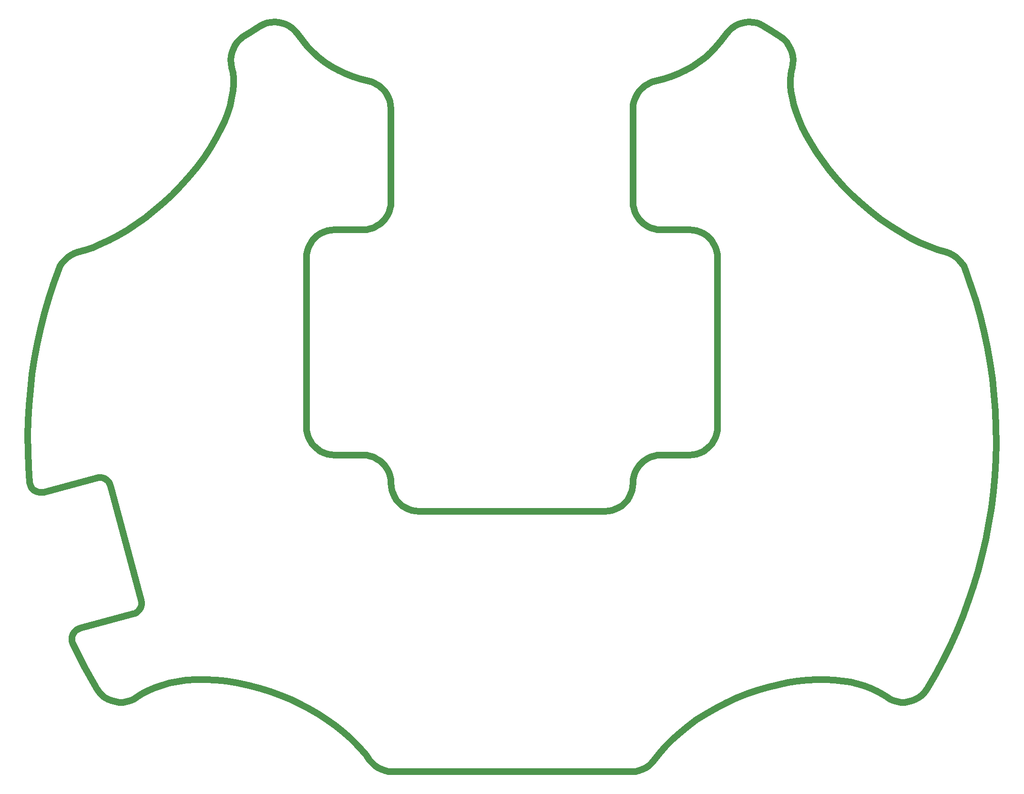
<source format=gbr>
%TF.GenerationSoftware,Altium Limited,Altium Designer,23.6.0 (18)*%
G04 Layer_Color=16711935*
%FSLAX45Y45*%
%MOMM*%
%TF.SameCoordinates,CA757A27-890D-4031-9470-5F8B39CF6935*%
%TF.FilePolarity,Positive*%
%TF.FileFunction,Other,Mechanical_1*%
%TF.Part,Single*%
G01*
G75*
%TA.AperFunction,NonConductor*%
%ADD89C,1.20000*%
D89*
X2709468Y2814153D02*
X2748922Y2757633D01*
X2795774Y2707077D01*
X2849133Y2663446D01*
X2907987Y2627566D01*
X2971215Y2600122D01*
X3037617Y2581634D01*
X3105931Y2572454D01*
X3174858Y2572756D01*
X3243088Y2582535D01*
X3309326Y2601604D01*
X3372311Y2629602D01*
X3430848Y2665996D01*
X3524984Y2727684D01*
X3627630Y2783015D01*
X3742454Y2833373D01*
X3867816Y2877163D01*
X4003632Y2913750D01*
X4149667Y2942480D01*
X4305518Y2962705D01*
X4470597Y2973808D01*
X4644120Y2975228D01*
X4825107Y2966490D01*
X5012386Y2947226D01*
X5204610Y2917199D01*
X5400278Y2876320D01*
X5597761Y2824663D01*
X5795341Y2762468D01*
X5991256Y2690150D01*
X6164693Y2616880D01*
X6334069Y2536408D01*
X6498180Y2449355D01*
X6655896Y2356410D01*
X6806195Y2258328D01*
X6948167Y2155907D01*
X7081039Y2049965D01*
X7204180Y1941330D01*
X7317105Y1830816D01*
X7419477Y1719208D01*
X7490592Y1633489D01*
X7556120Y1546837D01*
X7599220Y1494793D01*
X7648944Y1449036D01*
X7704384Y1410402D01*
X7764526Y1379596D01*
X7828274Y1357181D01*
X7894461Y1343566D01*
X7961880Y1338999D01*
X12205714D01*
X12273133Y1343566D01*
X12339320Y1357181D01*
X12403068Y1379596D01*
X12463210Y1410402D01*
X12518650Y1449036D01*
X12568373Y1494793D01*
X12611474Y1546837D01*
X12705710Y1669024D01*
X12810945Y1789153D01*
X12930827Y1910616D01*
X13063284Y2030270D01*
X13207803Y2147053D01*
X13363649Y2259872D01*
X13529875Y2367619D01*
X13705324Y2469209D01*
X13888651Y2563606D01*
X14078346Y2649852D01*
X14272772Y2727098D01*
X14450356Y2788323D01*
X14629057Y2841251D01*
X14807579Y2885572D01*
X14984647Y2921090D01*
X15159036Y2947721D01*
X15329594Y2965491D01*
X15495267Y2974532D01*
X15655103Y2975075D01*
X15808279Y2967430D01*
X15954103Y2951984D01*
X16092014Y2929175D01*
X16221587Y2899481D01*
X16342525Y2863404D01*
X16454648Y2821452D01*
X16557887Y2774122D01*
X16650899Y2722713D01*
X16736746Y2665996D01*
X16795284Y2629602D01*
X16858269Y2601604D01*
X16924506Y2582535D01*
X16992735Y2572756D01*
X17061664Y2572454D01*
X17129974Y2581634D01*
X17196379Y2600122D01*
X17259607Y2627566D01*
X17318460Y2663446D01*
X17371820Y2707077D01*
X17418672Y2757633D01*
X17458127Y2814153D01*
X17601366Y3062138D01*
X17736267Y3314754D01*
X17862685Y3571722D01*
X17980473Y3832756D01*
X18089508Y4097569D01*
X18189665Y4365864D01*
X18280833Y4637345D01*
X18362912Y4911711D01*
X18435808Y5188658D01*
X18499446Y5467879D01*
X18553749Y5749063D01*
X18598660Y6031900D01*
X18634131Y6316076D01*
X18660120Y6601274D01*
X18676598Y6887180D01*
X18683546Y7173476D01*
X18680960Y7459845D02*
X18683546Y7173476D01*
X18668842Y7745968D02*
X18680960Y7459845D01*
X18647202Y8031530D02*
X18668842Y7745968D01*
X18616066Y8316213D02*
X18647202Y8031530D01*
X18575468Y8599700D02*
X18616066Y8316213D01*
X18525455Y8881680D02*
X18575468Y8599700D01*
X18466080Y9161838D02*
X18525455Y8881680D01*
X18397411Y9439863D02*
X18466080Y9161838D01*
X18319524Y9715449D02*
X18397411Y9439863D01*
X18232503Y9988288D02*
X18319524Y9715449D01*
X18136446Y10258079D02*
X18232503Y9988288D01*
X18108334Y10319915D02*
X18136446Y10258079D01*
X18072102Y10377371D02*
X18108334Y10319915D01*
X18028413Y10429386D02*
X18072102Y10377371D01*
X17978081Y10475000D02*
X18028413Y10429386D01*
X17922029Y10513370D02*
X17978081Y10475000D01*
X17861295Y10543789D02*
X17922029Y10513370D01*
X17796999Y10565695D02*
X17861295Y10543789D01*
X17646133Y10611145D02*
X17796999Y10565695D01*
X17491493Y10668078D02*
X17646133Y10611145D01*
X17326775Y10739516D02*
X17491493Y10668078D01*
X17156805Y10824390D02*
X17326775Y10739516D01*
X16983076Y10922573D02*
X17156805Y10824390D01*
X16807260Y11033664D02*
X16983076Y10922573D01*
X16631190Y11156978D02*
X16807260Y11033664D01*
X16456799Y11291547D02*
X16631190Y11156978D01*
X16286066Y11436136D02*
X16456799Y11291547D01*
X16120943Y11589275D02*
X16286066Y11436136D01*
X15978691Y11733026D02*
X16120943Y11589275D01*
X15843779Y11881021D02*
X15978691Y11733026D01*
X15717339Y12031887D02*
X15843779Y11881021D01*
X15600337Y12184228D02*
X15717339Y12031887D01*
X15493565Y12336669D02*
X15600337Y12184228D01*
X15397620Y12487886D02*
X15493565Y12336669D01*
X15312898Y12636636D02*
X15397620Y12487886D01*
X15239603Y12781790D02*
X15312898Y12636636D01*
X15177742Y12922356D02*
X15239603Y12781790D01*
X15127161Y13057484D02*
X15177742Y12922356D01*
X15087549Y13186491D02*
X15127161Y13057484D01*
X15058476Y13308853D02*
X15087549Y13186491D01*
X15039417Y13424203D02*
X15058476Y13308853D01*
X15029781Y13532326D02*
X15039417Y13424203D01*
X15028949Y13633144D02*
X15029781Y13532326D01*
X15028949Y13633144D02*
X15036304Y13726701D01*
X15046169Y13788789D01*
X15059908Y13848257D01*
X15073251Y13916132D01*
X15077103Y13985196D01*
X15071384Y14054134D02*
X15077103Y13985196D01*
X15056203Y14121620D02*
X15071384Y14054134D01*
X15031854Y14186366D02*
X15056203Y14121620D01*
X14998804Y14247133D02*
X15031854Y14186366D01*
X14957681Y14302756D02*
X14998804Y14247133D01*
X14909277Y14352171D02*
X14957681Y14302756D01*
X14854515Y14394434D02*
X14909277Y14352171D01*
X14707503Y14490300D02*
X14854515Y14394434D01*
X14558563Y14583145D02*
X14707503Y14490300D01*
X14497314Y14614890D02*
X14558563Y14583145D01*
X14432278Y14637903D02*
X14497314Y14614890D01*
X14364694Y14651746D02*
X14432278Y14637903D01*
X14295848Y14656152D02*
X14364694Y14651746D01*
X14227049Y14651042D02*
X14295848Y14656152D01*
X14159612Y14636510D02*
X14227049Y14651042D01*
X14094815Y14612834D02*
X14159612Y14636510D01*
X14033893Y14580466D02*
X14094815Y14612834D01*
X13978008Y14540018D02*
X14033893Y14580466D01*
X13928220Y14492262D02*
X13978008Y14540018D01*
X13885481Y14438110D02*
X13928220Y14492262D01*
X13802516Y14325301D02*
X13885481Y14438110D01*
X13711861Y14218575D02*
X13802516Y14325301D01*
X13613960Y14118451D02*
X13711861Y14218575D01*
X13509294Y14025424D02*
X13613960Y14118451D01*
X13398373Y13939949D02*
X13509294Y14025424D01*
X13281744Y13862445D02*
X13398373Y13939949D01*
X13159979Y13793292D02*
X13281744Y13862445D01*
X13033675Y13732829D02*
X13159979Y13793292D01*
X12903445Y13681352D02*
X13033675Y13732829D01*
X12769935Y13639114D02*
X12903445Y13681352D01*
X12633797Y13606322D02*
X12769935Y13639114D01*
X12567854Y13588084D02*
X12633797Y13606322D01*
X12505018Y13561012D02*
X12567854Y13588084D01*
X12446466Y13525620D02*
X12505018Y13561012D01*
X12393295Y13482564D02*
X12446466Y13525620D01*
X12346499Y13432652D02*
X12393295Y13482564D01*
X12306954Y13376819D02*
X12346499Y13432652D01*
X12275402Y13316110D02*
X12306954Y13376819D01*
X12252434Y13251662D02*
X12275402Y13316110D01*
X12238478Y13184682D02*
X12252434Y13251662D01*
X12233797Y13116425D02*
X12238478Y13184682D01*
X12233797Y11465914D02*
Y13116425D01*
Y11465914D02*
X12238075Y11400650D01*
X12250835Y11336504D01*
X12271858Y11274571D01*
X12300784Y11215914D01*
X12337120Y11161532D01*
X12380243Y11112360D01*
X12429416Y11069237D01*
X12483797Y11032900D01*
X12542455Y11003974D01*
X12604387Y10982951D01*
X12668533Y10970191D01*
X12733797Y10965914D01*
X13233797D01*
X13299060Y10961636D01*
X13363206Y10948876D01*
X13425139Y10927853D01*
X13483797Y10898927D01*
X13538177Y10862590D01*
X13587350Y10819467D01*
X13630473Y10770294D01*
X13666809Y10715914D01*
X13695737Y10657255D01*
X13716760Y10595323D01*
X13729520Y10531176D01*
X13733797Y10465914D01*
Y7465913D02*
Y10465914D01*
X13729520Y7400651D02*
X13733797Y7465913D01*
X13716760Y7336504D02*
X13729520Y7400651D01*
X13695737Y7274572D02*
X13716760Y7336504D01*
X13666809Y7215913D02*
X13695737Y7274572D01*
X13630473Y7161533D02*
X13666809Y7215913D01*
X13587350Y7112360D02*
X13630473Y7161533D01*
X13538177Y7069237D02*
X13587350Y7112360D01*
X13483797Y7032900D02*
X13538177Y7069237D01*
X13425139Y7003974D02*
X13483797Y7032900D01*
X13363206Y6982951D02*
X13425139Y7003974D01*
X13299060Y6970191D02*
X13363206Y6982951D01*
X13233797Y6965913D02*
X13299060Y6970191D01*
X12733797Y6965913D02*
X13233797D01*
X12668533Y6961636D02*
X12733797Y6965913D01*
X12604387Y6948876D02*
X12668533Y6961636D01*
X12542455Y6927853D02*
X12604387Y6948876D01*
X12483797Y6898926D02*
X12542455Y6927853D01*
X12429416Y6862590D02*
X12483797Y6898926D01*
X12380243Y6819467D02*
X12429416Y6862590D01*
X12337120Y6770294D02*
X12380243Y6819467D01*
X12300784Y6715913D02*
X12337120Y6770294D01*
X12271858Y6657255D02*
X12300784Y6715913D01*
X12250835Y6595323D02*
X12271858Y6657255D01*
X12238075Y6531176D02*
X12250835Y6595323D01*
X12233797Y6465913D02*
X12238075Y6531176D01*
X12229519Y6400651D02*
X12233797Y6465913D01*
X12216760Y6336504D02*
X12229519Y6400651D01*
X12195737Y6274572D02*
X12216760Y6336504D01*
X12166809Y6215913D02*
X12195737Y6274572D01*
X12130473Y6161533D02*
X12166809Y6215913D01*
X12087350Y6112360D02*
X12130473Y6161533D01*
X12038178Y6069237D02*
X12087350Y6112360D01*
X11983797Y6032901D02*
X12038178Y6069237D01*
X11925138Y6003974D02*
X11983797Y6032901D01*
X11863206Y5982951D02*
X11925138Y6003974D01*
X11799060Y5970191D02*
X11863206Y5982951D01*
X11733797Y5965913D02*
X11799060Y5970191D01*
X8433797Y5965913D02*
X11733797D01*
X8368534Y5970191D02*
X8433797Y5965913D01*
X8304388Y5982951D02*
X8368534Y5970191D01*
X8242455Y6003974D02*
X8304388Y5982951D01*
X8183797Y6032901D02*
X8242455Y6003974D01*
X8129416Y6069237D02*
X8183797Y6032901D01*
X8080244Y6112360D02*
X8129416Y6069237D01*
X8037121Y6161533D02*
X8080244Y6112360D01*
X8000785Y6215913D02*
X8037121Y6161533D01*
X7971857Y6274572D02*
X8000785Y6215913D01*
X7950834Y6336504D02*
X7971857Y6274572D01*
X7938075Y6400651D02*
X7950834Y6336504D01*
X7933797Y6465913D02*
X7938075Y6400651D01*
X7929519Y6531176D02*
X7933797Y6465913D01*
X7916759Y6595323D02*
X7929519Y6531176D01*
X7895736Y6657255D02*
X7916759Y6595323D01*
X7866810Y6715913D02*
X7895736Y6657255D01*
X7830474Y6770294D02*
X7866810Y6715913D01*
X7787350Y6819467D02*
X7830474Y6770294D01*
X7738177Y6862590D02*
X7787350Y6819467D01*
X7683797Y6898926D02*
X7738177Y6862590D01*
X7625139Y6927853D02*
X7683797Y6898926D01*
X7563207Y6948876D02*
X7625139Y6927853D01*
X7499059Y6961636D02*
X7563207Y6948876D01*
X7433797Y6965913D02*
X7499059Y6961636D01*
X6933797Y6965913D02*
X7433797D01*
X6868534Y6970191D02*
X6933797Y6965913D01*
X6804388Y6982951D02*
X6868534Y6970191D01*
X6742455Y7003974D02*
X6804388Y6982951D01*
X6683797Y7032900D02*
X6742455Y7003974D01*
X6629416Y7069237D02*
X6683797Y7032900D01*
X6580244Y7112360D02*
X6629416Y7069237D01*
X6537121Y7161533D02*
X6580244Y7112360D01*
X6500785Y7215913D02*
X6537121Y7161533D01*
X6471857Y7274572D02*
X6500785Y7215913D01*
X6450834Y7336504D02*
X6471857Y7274572D01*
X6438075Y7400651D02*
X6450834Y7336504D01*
X6433797Y7465913D02*
X6438075Y7400651D01*
X6433797Y7465913D02*
Y10465914D01*
X6438075Y10531176D01*
X6450834Y10595323D01*
X6471857Y10657255D01*
X6500785Y10715914D01*
X6537121Y10770294D01*
X6580244Y10819467D01*
X6629416Y10862590D01*
X6683797Y10898927D01*
X6742455Y10927853D01*
X6804388Y10948876D01*
X6868534Y10961636D01*
X6933797Y10965914D01*
X7433797D01*
X7499059Y10970191D01*
X7563207Y10982951D01*
X7625139Y11003974D01*
X7683797Y11032900D01*
X7738177Y11069237D01*
X7787350Y11112360D01*
X7830474Y11161532D01*
X7866810Y11215914D01*
X7895736Y11274571D01*
X7916759Y11336504D01*
X7929519Y11400650D01*
X7933797Y11465914D01*
Y13116425D01*
X7929116Y13184682D02*
X7933797Y13116425D01*
X7915160Y13251662D02*
X7929116Y13184682D01*
X7892191Y13316110D02*
X7915160Y13251662D01*
X7860640Y13376819D02*
X7892191Y13316110D01*
X7821095Y13432652D02*
X7860640Y13376819D01*
X7774299Y13482564D02*
X7821095Y13432652D01*
X7721128Y13525620D02*
X7774299Y13482564D01*
X7662575Y13561012D02*
X7721128Y13525620D01*
X7599740Y13588084D02*
X7662575Y13561012D01*
X7533796Y13606322D02*
X7599740Y13588084D01*
X7397659Y13639114D02*
X7533796Y13606322D01*
X7264148Y13681352D02*
X7397659Y13639114D01*
X7133920Y13732829D02*
X7264148Y13681352D01*
X7007614Y13793292D02*
X7133920Y13732829D01*
X6885849Y13862445D02*
X7007614Y13793292D01*
X6769220Y13939949D02*
X6885849Y13862445D01*
X6658300Y14025424D02*
X6769220Y13939949D01*
X6553633Y14118451D02*
X6658300Y14025424D01*
X6455732Y14218575D02*
X6553633Y14118451D01*
X6365077Y14325301D02*
X6455732Y14218575D01*
X6282113Y14438110D02*
X6365077Y14325301D01*
X6239374Y14492262D02*
X6282113Y14438110D01*
X6189587Y14540018D02*
X6239374Y14492262D01*
X6133701Y14580466D02*
X6189587Y14540018D01*
X6072779Y14612834D02*
X6133701Y14580466D01*
X6007982Y14636510D02*
X6072779Y14612834D01*
X5940543Y14651042D02*
X6007982Y14636510D01*
X5871745Y14656152D02*
X5940543Y14651042D01*
X5802899Y14651746D02*
X5871745Y14656152D01*
X5735316Y14637903D02*
X5802899Y14651746D01*
X5670280Y14614890D02*
X5735316Y14637903D01*
X5609031Y14583145D02*
X5670280Y14614890D01*
X5460092Y14490300D02*
X5609031Y14583145D01*
X5313079Y14394434D02*
X5460092Y14490300D01*
X5258317Y14352171D02*
X5313079Y14394434D01*
X5209912Y14302756D02*
X5258317Y14352171D01*
X5168790Y14247133D02*
X5209912Y14302756D01*
X5135740Y14186366D02*
X5168790Y14247133D01*
X5111391Y14121620D02*
X5135740Y14186366D01*
X5096211Y14054134D02*
X5111391Y14121620D01*
X5090492Y13985196D02*
X5096211Y14054134D01*
X5090492Y13985196D02*
X5094342Y13916132D01*
X5107686Y13848257D01*
X5126987Y13757166D01*
X5137377Y13660199D01*
X5138656Y13552840D01*
X5129750Y13436987D02*
X5138656Y13552840D01*
X5109878Y13312646D02*
X5129750Y13436987D01*
X5078263Y13179993D02*
X5109878Y13312646D01*
X5034192Y13039409D02*
X5078263Y13179993D01*
X4977061Y12891496D02*
X5034192Y13039409D01*
X4906422Y12737089D02*
X4977061Y12891496D01*
X4822029Y12577256D02*
X4906422Y12737089D01*
X4723878Y12413289D02*
X4822029Y12577256D01*
X4612228Y12246679D02*
X4723878Y12413289D01*
X4487632Y12079090D02*
X4612228Y12246679D01*
X4350935Y11912313D02*
X4487632Y12079090D01*
X4203270Y11748215D02*
X4350935Y11912313D01*
X4046035Y11588679D02*
X4203270Y11748215D01*
X3880858Y11435541D02*
X4046035Y11588679D01*
X3726917Y11304641D02*
X3880858Y11435541D01*
X3569438Y11181497D02*
X3726917Y11304641D01*
X3409872Y11067121D02*
X3569438Y11181497D01*
X3249677Y10962362D02*
X3409872Y11067121D01*
X3090277Y10867887D02*
X3249677Y10962362D01*
X2933023Y10784175D02*
X3090277Y10867887D01*
X2779169Y10711510D02*
X2933023Y10784175D01*
X2629837Y10649990D02*
X2779169Y10711510D01*
X2498794Y10603663D02*
X2629837Y10649990D01*
X2370596Y10565695D02*
X2498794Y10603663D01*
X2306299Y10543789D02*
X2370596Y10565695D01*
X2245564Y10513370D02*
X2306299Y10543789D01*
X2189513Y10475000D02*
X2245564Y10513370D01*
X2139179Y10429386D02*
X2189513Y10475000D01*
X2095492Y10377371D02*
X2139179Y10429386D01*
X2059259Y10319915D02*
X2095492Y10377371D01*
X2031148Y10258079D02*
X2059259Y10319915D01*
X1938871Y9999468D02*
X2031148Y10258079D01*
X1854898Y9738043D02*
X1938871Y9999468D01*
X1779313Y9474072D02*
X1854898Y9738043D01*
X1712194Y9207821D02*
X1779313Y9474072D01*
X1653608Y8939565D02*
X1712194Y9207821D01*
X1603617Y8669574D02*
X1653608Y8939565D01*
X1562270Y8398124D02*
X1603617Y8669574D01*
X1529609Y8125494D02*
X1562270Y8398124D01*
X1505669Y7851959D02*
X1529609Y8125494D01*
X1490473Y7577800D02*
X1505669Y7851959D01*
X1484037Y7303296D02*
X1490473Y7577800D01*
X1484037Y7303296D02*
X1486367Y7028726D01*
X1497463Y6754370D01*
X1517311Y6480508D01*
X1524438Y6442469D01*
X1538757Y6406514D01*
X1559735Y6373991D01*
X1586583Y6346117D01*
X1618296Y6323936D01*
X1653688Y6308277D01*
X1691434Y6299728D01*
X1730118Y6298610D01*
X1768295Y6304962D01*
X2709015Y6557027D01*
X2747698Y6563414D01*
X2786884Y6562131D01*
X2825066Y6553228D01*
X2860779Y6537048D01*
X2892648Y6514210D01*
X2919450Y6485594D01*
X2940153Y6452300D01*
X2953963Y6415606D01*
X3497483Y4387162D01*
X3503870Y4348479D01*
X3502587Y4309293D02*
X3503870Y4348479D01*
X3493685Y4271110D02*
X3502587Y4309293D01*
X3477504Y4235398D02*
X3493685Y4271110D01*
X3454666Y4203529D02*
X3477504Y4235398D01*
X3426051Y4176727D02*
X3454666Y4203529D01*
X3392756Y4156023D02*
X3426051Y4176727D01*
X3356062Y4142213D02*
X3392756Y4156023D01*
X2415343Y3890148D02*
X3356062Y4142213D01*
X2379104Y3876561D02*
X2415343Y3890148D01*
X2346161Y3856250D02*
X2379104Y3876561D01*
X2317748Y3829974D02*
X2346161Y3856250D01*
X2294927Y3798717D02*
X2317748Y3829974D01*
X2278552Y3763650D02*
X2294927Y3798717D01*
X2269238Y3726087D02*
X2278552Y3763650D01*
X2267334Y3687433D02*
X2269238Y3726087D01*
X2267334Y3687433D02*
X2272909Y3649135D01*
X2285756Y3612629D01*
X2383775Y3408900D01*
X2487114Y3207820D01*
X2595703Y3009525D01*
X2709468Y2814153D01*
%TF.MD5,649cdb0a083c724f6f4842067ffb00d9*%
M02*

</source>
